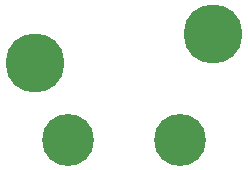
<source format=gbr>
%TF.GenerationSoftware,KiCad,Pcbnew,9.0.3*%
%TF.CreationDate,2025-08-07T15:10:49+10:00*%
%TF.ProjectId,motorMount,6d6f746f-724d-46f7-956e-742e6b696361,rev?*%
%TF.SameCoordinates,Original*%
%TF.FileFunction,Soldermask,Top*%
%TF.FilePolarity,Negative*%
%FSLAX46Y46*%
G04 Gerber Fmt 4.6, Leading zero omitted, Abs format (unit mm)*
G04 Created by KiCad (PCBNEW 9.0.3) date 2025-08-07 15:10:49*
%MOMM*%
%LPD*%
G01*
G04 APERTURE LIST*
%ADD10C,4.400000*%
%ADD11C,5.000000*%
G04 APERTURE END LIST*
D10*
%TO.C,H4*%
X153500000Y-104000000D03*
%TD*%
D11*
%TO.C,H1*%
X141250000Y-97500000D03*
%TD*%
%TO.C,H2*%
X156250000Y-95000000D03*
%TD*%
D10*
%TO.C,H3*%
X144000000Y-104000000D03*
%TD*%
M02*

</source>
